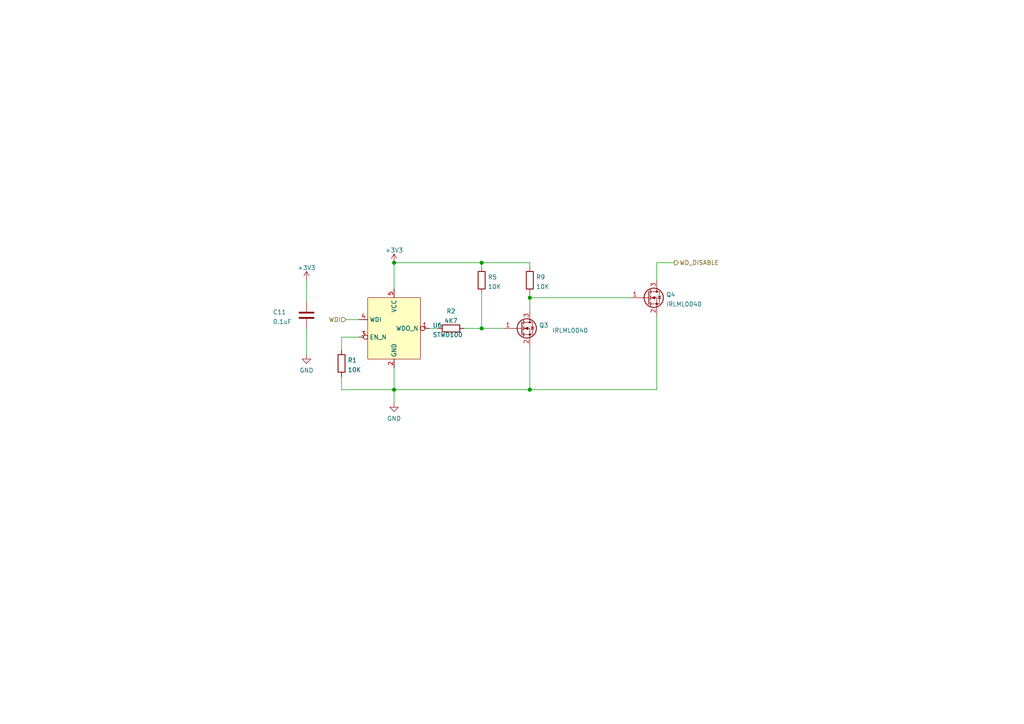
<source format=kicad_sch>
(kicad_sch (version 20210621) (generator eeschema)
  (paper "A4")
  (lib_symbols
    (symbol "Device:C" (pin_numbers hide) (pin_names (offset 0.254))
      (property "Reference" "C" (at 0.635 2.54 0))
      (property "Value" "C" (at 0.635 -2.54 0))
      (symbol "C_0_1"
        (polyline (pts (xy -2.032 -0.762) (xy 2.032 -0.762)) (stroke (width 0.508)))
        (polyline (pts (xy -2.032 0.762) (xy 2.032 0.762)) (stroke (width 0.508)))
      )
      (symbol "C_1_1"
        (pin passive line (at 0 3.81 270) (length 2.794) (name "~") (number "1"))
        (pin passive line (at 0 -3.81 90) (length 2.794) (name "~") (number "2"))
      )
    )
    (symbol "Device:R" (pin_numbers hide) (pin_names (offset 0))
      (property "Reference" "R" (at 2.032 0 90))
      (property "Value" "R" (at 0 0 90))
      (symbol "R_0_1"
        (rectangle (start -1.016 -2.54) (end 1.016 2.54) (stroke (width 0.254)))
      )
      (symbol "R_1_1"
        (pin passive line (at 0 3.81 270) (length 1.27) (name "~") (number "1"))
        (pin passive line (at 0 -3.81 90) (length 1.27) (name "~") (number "2"))
      )
    )
    (symbol "Power_Supervisor_GTR:STWD100"
      (property "Reference" "U" (at -6.35 10.16 0))
      (property "Value" "STWD100" (at 5.08 -10.16 0))
      (symbol "STWD100_0_1"
        (rectangle (start -7.62 8.89) (end 7.62 -8.89) (stroke (width 0.1524)) (fill (type background)))
      )
      (symbol "STWD100_1_1"
        (pin output inverted (at 10.16 0 180) (length 2.54) (name "WDO_N") (number "1"))
        (pin power_out line (at 0 -11.43 90) (length 2.54) (name "GND") (number "2"))
        (pin input inverted (at -10.16 -2.54 0) (length 2.54) (name "EN_N") (number "3"))
        (pin input line (at -10.16 2.54 0) (length 2.54) (name "WDI") (number "4"))
        (pin power_in line (at 0 11.43 270) (length 2.54) (name "VCC") (number "5"))
      )
    )
    (symbol "Transistor_FET_GTR:IRLML0040" (pin_names hide)
      (property "Reference" "Q" (at 5.08 1.905 0))
      (property "Value" "IRLML0040" (at 5.08 0 0))
      (symbol "IRLML0040_0_1"
        (circle (center 1.651 0) (radius 2.794) (stroke (width 0.254)))
        (circle (center 2.54 -1.778) (radius 0.254) (fill (type outline)))
        (circle (center 2.54 1.778) (radius 0.254) (fill (type outline)))
        (polyline (pts (xy 0.254 0) (xy -2.54 0)))
        (polyline (pts (xy 0.254 1.905) (xy 0.254 -1.905)) (stroke (width 0.254)))
        (polyline (pts (xy 0.762 -1.27) (xy 0.762 -2.286)) (stroke (width 0.254)))
        (polyline (pts (xy 0.762 0.508) (xy 0.762 -0.508)) (stroke (width 0.254)))
        (polyline (pts (xy 0.762 2.286) (xy 0.762 1.27)) (stroke (width 0.254)))
        (polyline (pts (xy 2.54 2.54) (xy 2.54 1.778)))
        (polyline (pts (xy 2.54 -2.54) (xy 2.54 0) (xy 0.762 0)))
        (polyline (pts (xy 0.762 -1.778) (xy 3.302 -1.778) (xy 3.302 1.778) (xy 0.762 1.778)))
        (polyline (pts (xy 2.794 0.508) (xy 2.921 0.381) (xy 3.683 0.381) (xy 3.81 0.254)))
        (polyline (pts (xy 3.302 0.381) (xy 2.921 -0.254) (xy 3.683 -0.254) (xy 3.302 0.381)))
        (polyline (pts (xy 1.016 0) (xy 2.032 0.381) (xy 2.032 -0.381) (xy 1.016 0)) (fill (type outline)))
      )
      (symbol "IRLML0040_1_1"
        (pin input line (at -5.08 0 0) (length 2.54) (name "G") (number "1"))
        (pin passive line (at 2.54 -5.08 90) (length 2.54) (name "S") (number "2"))
        (pin passive line (at 2.54 5.08 270) (length 2.54) (name "D") (number "3"))
      )
    )
    (symbol "power:+3V3" (power) (pin_names (offset 0))
      (property "Value" "+3V3" (at 0 3.556 0))
      (symbol "+3V3_0_1"
        (polyline (pts (xy -0.762 1.27) (xy 0 2.54)))
        (polyline (pts (xy 0 0) (xy 0 2.54)))
        (polyline (pts (xy 0 2.54) (xy 0.762 1.27)))
      )
      (symbol "+3V3_1_1"
        (pin power_in line (at 0 0 90) (length 0) hide (name "+3V3") (number "1"))
      )
    )
    (symbol "power:GND" (power) (pin_names (offset 0))
      (property "Value" "GND" (at 0 -3.81 0))
      (symbol "GND_0_1"
        (polyline (pts (xy 0 0) (xy 0 -1.27) (xy 1.27 -1.27) (xy 0 -2.54) (xy -1.27 -1.27) (xy 0 -1.27)))
      )
      (symbol "GND_1_1"
        (pin power_in line (at 0 0 270) (length 0) hide (name "GND") (number "1"))
      )
    )
  )
  (junction (at 114.3 76.2) (diameter 1.016))
  (junction (at 114.3 113.03) (diameter 1.016))
  (junction (at 139.7 76.2) (diameter 1.016))
  (junction (at 139.7 95.25) (diameter 1.016))
  (junction (at 153.67 86.36) (diameter 1.016))
  (junction (at 153.67 113.03) (diameter 1.016))
  (wire (pts (xy 88.9 87.63) (xy 88.9 81.28)))
  (wire (pts (xy 88.9 95.25) (xy 88.9 102.87)))
  (wire (pts (xy 99.06 97.79) (xy 104.14 97.79)))
  (wire (pts (xy 99.06 101.6) (xy 99.06 97.79)))
  (wire (pts (xy 99.06 109.22) (xy 99.06 113.03)))
  (wire (pts (xy 99.06 113.03) (xy 114.3 113.03)))
  (wire (pts (xy 100.33 92.71) (xy 104.14 92.71)))
  (wire (pts (xy 114.3 76.2) (xy 114.3 83.82)))
  (wire (pts (xy 114.3 76.2) (xy 139.7 76.2)))
  (wire (pts (xy 114.3 113.03) (xy 114.3 106.68)))
  (wire (pts (xy 114.3 113.03) (xy 114.3 116.84)))
  (wire (pts (xy 124.46 95.25) (xy 127 95.25)))
  (wire (pts (xy 134.62 95.25) (xy 139.7 95.25)))
  (wire (pts (xy 139.7 76.2) (xy 139.7 77.47)))
  (wire (pts (xy 139.7 76.2) (xy 153.67 76.2)))
  (wire (pts (xy 139.7 85.09) (xy 139.7 95.25)))
  (wire (pts (xy 139.7 95.25) (xy 146.05 95.25)))
  (wire (pts (xy 153.67 76.2) (xy 153.67 77.47)))
  (wire (pts (xy 153.67 85.09) (xy 153.67 86.36)))
  (wire (pts (xy 153.67 86.36) (xy 153.67 90.17)))
  (wire (pts (xy 153.67 86.36) (xy 182.88 86.36)))
  (wire (pts (xy 153.67 100.33) (xy 153.67 113.03)))
  (wire (pts (xy 153.67 113.03) (xy 114.3 113.03)))
  (wire (pts (xy 153.67 113.03) (xy 190.5 113.03)))
  (wire (pts (xy 190.5 76.2) (xy 190.5 81.28)))
  (wire (pts (xy 190.5 76.2) (xy 195.58 76.2)))
  (wire (pts (xy 190.5 113.03) (xy 190.5 91.44)))
  (hierarchical_label "WDI" (shape input) (at 100.33 92.71 180))
  (hierarchical_label "WD_DISABLE" (shape output) (at 195.58 76.2 0))
  (symbol (lib_id "power:+3V3") (at 88.9 81.28 0) (unit 1)
    (property "Reference" "#PWR0128" (effects hide))
    (property "Value" "+3V3" (at 88.9 77.6754 0))
  )
  (symbol (lib_id "power:+3V3") (at 114.3 76.2 0) (unit 1)
    (property "Reference" "#PWR0126" (effects hide))
    (property "Value" "+3V3" (at 114.3 72.5954 0))
  )
  (symbol (lib_id "power:GND") (at 88.9 102.87 0) (unit 1)
    (property "Reference" "#PWR0127" (effects hide))
    (property "Value" "GND" (at 88.9 107.4326 0))
  )
  (symbol (lib_id "power:GND") (at 114.3 116.84 0) (unit 1)
    (property "Reference" "#PWR0120" (effects hide))
    (property "Value" "GND" (at 114.3 121.4026 0))
  )
  (symbol (lib_id "Device:R") (at 99.06 105.41 180) (unit 1)
    (property "Reference" "R1" (at 100.8381 104.5015 0) (effects (justify right)))
    (property "Value" "10K" (at 100.8381 107.2766 0) (effects (justify right)))
  )
  (symbol (lib_id "Device:R") (at 130.81 95.25 90) (unit 1)
    (property "Reference" "R2" (at 130.81 90.2674 90))
    (property "Value" "4K7" (at 130.81 93.0425 90))
  )
  (symbol (lib_id "Device:R") (at 139.7 81.28 180) (unit 1)
    (property "Reference" "R5" (at 141.4781 80.3715 0) (effects (justify right)))
    (property "Value" "10K" (at 141.4781 83.1466 0) (effects (justify right)))
  )
  (symbol (lib_id "Device:R") (at 153.67 81.28 180) (unit 1)
    (property "Reference" "R9" (at 155.4481 80.3715 0) (effects (justify right)))
    (property "Value" "10K" (at 155.4481 83.1466 0) (effects (justify right)))
  )
  (symbol (lib_id "Device:C") (at 88.9 91.44 0) (unit 1)
    (property "Reference" "C11" (at 79.1211 90.5315 0) (effects (justify left)))
    (property "Value" "0.1uF" (at 79.1211 93.3066 0) (effects (justify left)))
  )
  (symbol (lib_id "Transistor_FET_GTR:IRLML0040") (at 151.13 95.25 0) (unit 1)
    (property "Reference" "Q3" (at 156.3371 94.3415 0) (effects (justify left)))
    (property "Value" "IRLML0040" (at 160.1471 95.8466 0) (effects (justify left)))
    (property "Footprint" "Package_TO_SOT_SMD:SOT-23" (effects hide))
    (property "Datasheet" "https://www.infineon.com/dgdl/irlml0040pbf.pdf?fileId=5546d462533600a401535664894825e4" (effects hide))
  )
  (symbol (lib_id "Transistor_FET_GTR:IRLML0040") (at 187.96 86.36 0) (unit 1)
    (property "Reference" "Q4" (at 193.1671 85.4515 0) (effects (justify left)))
    (property "Value" "IRLML0040" (at 193.1671 88.2266 0) (effects (justify left)))
    (property "Footprint" "Package_TO_SOT_SMD:SOT-23" (effects hide))
    (property "Datasheet" "https://www.infineon.com/dgdl/irlml0040pbf.pdf?fileId=5546d462533600a401535664894825e4" (effects hide))
  )
  (symbol (lib_id "Power_Supervisor_GTR:STWD100") (at 114.3 95.25 0) (unit 1)
    (property "Reference" "U6" (at 125.4761 94.3415 0) (effects (justify left)))
    (property "Value" "STWD100" (at 125.4761 97.1166 0) (effects (justify left)))
  )
)
</source>
